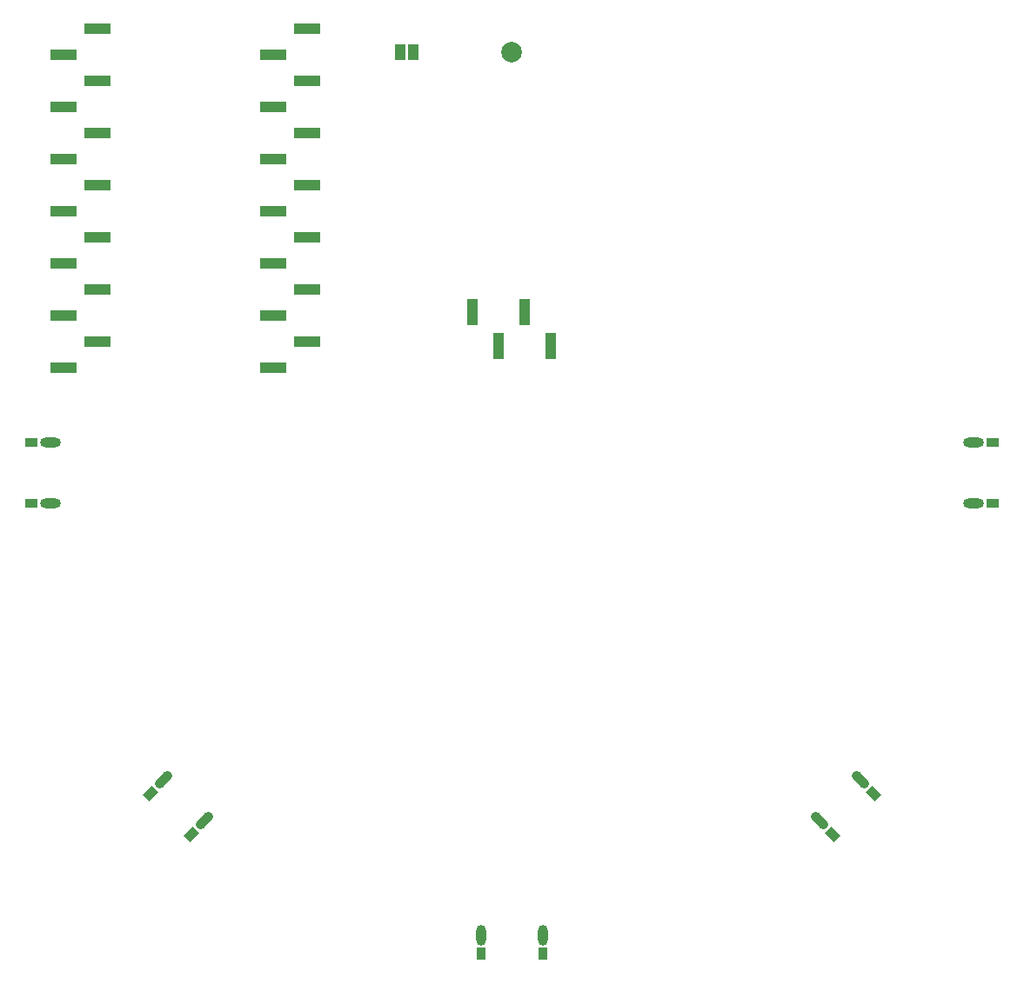
<source format=gbr>
%TF.GenerationSoftware,KiCad,Pcbnew,(6.0.1-0)*%
%TF.CreationDate,2022-09-11T14:38:19-04:00*%
%TF.ProjectId,platter,706c6174-7465-4722-9e6b-696361645f70,rev?*%
%TF.SameCoordinates,Original*%
%TF.FileFunction,Soldermask,Bot*%
%TF.FilePolarity,Negative*%
%FSLAX46Y46*%
G04 Gerber Fmt 4.6, Leading zero omitted, Abs format (unit mm)*
G04 Created by KiCad (PCBNEW (6.0.1-0)) date 2022-09-11 14:38:19*
%MOMM*%
%LPD*%
G01*
G04 APERTURE LIST*
G04 Aperture macros list*
%AMHorizOval*
0 Thick line with rounded ends*
0 $1 width*
0 $2 $3 position (X,Y) of the first rounded end (center of the circle)*
0 $4 $5 position (X,Y) of the second rounded end (center of the circle)*
0 Add line between two ends*
20,1,$1,$2,$3,$4,$5,0*
0 Add two circle primitives to create the rounded ends*
1,1,$1,$2,$3*
1,1,$1,$4,$5*%
%AMRotRect*
0 Rectangle, with rotation*
0 The origin of the aperture is its center*
0 $1 length*
0 $2 width*
0 $3 Rotation angle, in degrees counterclockwise*
0 Add horizontal line*
21,1,$1,$2,0,0,$3*%
G04 Aperture macros list end*
%ADD10O,2.000000X0.950000*%
%ADD11R,1.300000X0.900000*%
%ADD12HorizOval,0.950000X0.371231X0.371231X-0.371231X-0.371231X0*%
%ADD13RotRect,1.300000X0.900000X45.000000*%
%ADD14O,0.950000X2.000000*%
%ADD15R,0.900000X1.300000*%
%ADD16HorizOval,0.950000X-0.371231X0.371231X0.371231X-0.371231X0*%
%ADD17RotRect,1.300000X0.900000X135.000000*%
%ADD18R,1.000000X1.500000*%
%ADD19R,2.510000X1.000000*%
%ADD20R,1.000000X2.510000*%
%ADD21C,2.000000*%
G04 APERTURE END LIST*
D10*
%TO.C,J3*%
X18050000Y-66000000D03*
D11*
X16200000Y-66000000D03*
%TD*%
D10*
%TO.C,J11*%
X107950000Y-66000000D03*
D11*
X109800000Y-66000000D03*
%TD*%
D12*
%TO.C,J4*%
X29096016Y-92903984D03*
D13*
X27787868Y-94212132D03*
%TD*%
D12*
%TO.C,J5*%
X33096016Y-96903984D03*
D13*
X31787868Y-98212132D03*
%TD*%
D14*
%TO.C,J8*%
X66000000Y-108000000D03*
D15*
X66000000Y-109850000D03*
%TD*%
D10*
%TO.C,J12*%
X107950000Y-60000000D03*
D11*
X109800000Y-60000000D03*
%TD*%
D16*
%TO.C,J10*%
X96903984Y-92903984D03*
D17*
X98212132Y-94212132D03*
%TD*%
D16*
%TO.C,J9*%
X92903984Y-96903984D03*
D17*
X94212132Y-98212132D03*
%TD*%
D10*
%TO.C,J2*%
X18050000Y-60000000D03*
D11*
X16200000Y-60000000D03*
%TD*%
D14*
%TO.C,J6*%
X60000000Y-108000000D03*
D15*
X60000000Y-109850000D03*
%TD*%
D18*
%TO.C,SW1*%
X52100000Y-22000000D03*
X53400000Y-22000000D03*
%TD*%
D19*
%TO.C,U1*%
X43062500Y-19740000D03*
X39752500Y-22280000D03*
X43062500Y-24820000D03*
X39752500Y-27360000D03*
X43062500Y-29900000D03*
X39752500Y-32440000D03*
X43062500Y-34980000D03*
X39752500Y-37520000D03*
X43062500Y-40060000D03*
X39752500Y-42600000D03*
X43062500Y-45140000D03*
X39752500Y-47680000D03*
X43062500Y-50220000D03*
X39752500Y-52760000D03*
X19372500Y-52760000D03*
X22682500Y-50220000D03*
X19372500Y-47680000D03*
X22682500Y-45140000D03*
X19372500Y-42600000D03*
X22682500Y-40060000D03*
X19372500Y-37520000D03*
X22682500Y-34980000D03*
X19372500Y-32440000D03*
X22682500Y-29900000D03*
X19372500Y-27360000D03*
X22682500Y-24820000D03*
X19372500Y-22280000D03*
X22682500Y-19740000D03*
%TD*%
D20*
%TO.C,J7*%
X59190000Y-47345000D03*
X61730000Y-50655000D03*
X64270000Y-47345000D03*
X66810000Y-50655000D03*
%TD*%
D21*
%TO.C,J1*%
X63000000Y-22000000D03*
%TD*%
M02*

</source>
